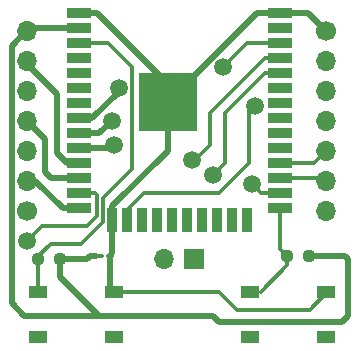
<source format=gbr>
%TF.GenerationSoftware,KiCad,Pcbnew,(6.0.1)*%
%TF.CreationDate,2022-12-10T14:53:13+08:00*%
%TF.ProjectId,ESP32_Adapter 2,45535033-325f-4416-9461-707465722032,rev?*%
%TF.SameCoordinates,Original*%
%TF.FileFunction,Copper,L1,Top*%
%TF.FilePolarity,Positive*%
%FSLAX46Y46*%
G04 Gerber Fmt 4.6, Leading zero omitted, Abs format (unit mm)*
G04 Created by KiCad (PCBNEW (6.0.1)) date 2022-12-10 14:53:13*
%MOMM*%
%LPD*%
G01*
G04 APERTURE LIST*
G04 Aperture macros list*
%AMRoundRect*
0 Rectangle with rounded corners*
0 $1 Rounding radius*
0 $2 $3 $4 $5 $6 $7 $8 $9 X,Y pos of 4 corners*
0 Add a 4 corners polygon primitive as box body*
4,1,4,$2,$3,$4,$5,$6,$7,$8,$9,$2,$3,0*
0 Add four circle primitives for the rounded corners*
1,1,$1+$1,$2,$3*
1,1,$1+$1,$4,$5*
1,1,$1+$1,$6,$7*
1,1,$1+$1,$8,$9*
0 Add four rect primitives between the rounded corners*
20,1,$1+$1,$2,$3,$4,$5,0*
20,1,$1+$1,$4,$5,$6,$7,0*
20,1,$1+$1,$6,$7,$8,$9,0*
20,1,$1+$1,$8,$9,$2,$3,0*%
G04 Aperture macros list end*
%TA.AperFunction,SMDPad,CuDef*%
%ADD10RoundRect,0.237500X-0.250000X-0.237500X0.250000X-0.237500X0.250000X0.237500X-0.250000X0.237500X0*%
%TD*%
%TA.AperFunction,SMDPad,CuDef*%
%ADD11R,2.000000X0.900000*%
%TD*%
%TA.AperFunction,SMDPad,CuDef*%
%ADD12R,0.900000X2.000000*%
%TD*%
%TA.AperFunction,SMDPad,CuDef*%
%ADD13R,5.000000X5.000000*%
%TD*%
%TA.AperFunction,SMDPad,CuDef*%
%ADD14R,1.600000X1.000000*%
%TD*%
%TA.AperFunction,ComponentPad*%
%ADD15C,1.700000*%
%TD*%
%TA.AperFunction,ComponentPad*%
%ADD16O,1.700000X1.700000*%
%TD*%
%TA.AperFunction,ComponentPad*%
%ADD17R,1.700000X1.700000*%
%TD*%
%TA.AperFunction,SMDPad,CuDef*%
%ADD18RoundRect,0.100000X-0.217500X-0.100000X0.217500X-0.100000X0.217500X0.100000X-0.217500X0.100000X0*%
%TD*%
%TA.AperFunction,ViaPad*%
%ADD19C,1.500000*%
%TD*%
%TA.AperFunction,Conductor*%
%ADD20C,0.500000*%
%TD*%
%TA.AperFunction,Conductor*%
%ADD21C,0.300000*%
%TD*%
G04 APERTURE END LIST*
D10*
%TO.P,R2,1*%
%TO.N,EN*%
X62009500Y-62462500D03*
%TO.P,R2,2*%
%TO.N,+3V3*%
X63834500Y-62462500D03*
%TD*%
D11*
%TO.P,ESP32,1,GND*%
%TO.N,GND*%
X65494500Y-41677500D03*
%TO.P,ESP32,2,VDD*%
%TO.N,+3V3*%
X65494500Y-42947500D03*
%TO.P,ESP32,3,EN*%
%TO.N,EN*%
X65494500Y-44217500D03*
%TO.P,ESP32,4,SENSOR_VP*%
%TO.N,unconnected-(ESP32-Pad4)*%
X65494500Y-45487500D03*
%TO.P,ESP32,5,SENSOR_VN*%
%TO.N,unconnected-(ESP32-Pad5)*%
X65494500Y-46757500D03*
%TO.P,ESP32,6,IO34*%
%TO.N,unconnected-(ESP32-Pad6)*%
X65494500Y-48027500D03*
%TO.P,ESP32,7,IO35*%
%TO.N,unconnected-(ESP32-Pad7)*%
X65494500Y-49297500D03*
%TO.P,ESP32,8,IO32*%
%TO.N,VL*%
X65494500Y-50567500D03*
%TO.P,ESP32,9,IO33*%
%TO.N,WL*%
X65494500Y-51837500D03*
%TO.P,ESP32,10,IO25*%
%TO.N,UL*%
X65494500Y-53107500D03*
%TO.P,ESP32,11,IO26*%
%TO.N,UH*%
X65494500Y-54377500D03*
%TO.P,ESP32,12,IO27*%
%TO.N,VH*%
X65494500Y-55647500D03*
%TO.P,ESP32,13,IO14*%
%TO.N,MT_CSN*%
X65494500Y-56917500D03*
%TO.P,ESP32,14,IO12*%
%TO.N,WH*%
X65494500Y-58187500D03*
D12*
%TO.P,ESP32,15,GND*%
%TO.N,GND*%
X68279500Y-59187500D03*
%TO.P,ESP32,16,IO13*%
%TO.N,MT_SCL*%
X69549500Y-59187500D03*
%TO.P,ESP32,17,SHD/SD2*%
%TO.N,unconnected-(ESP32-Pad17)*%
X70819500Y-59187500D03*
%TO.P,ESP32,18,SWP/SD3*%
%TO.N,unconnected-(ESP32-Pad18)*%
X72089500Y-59187500D03*
%TO.P,ESP32,19,SCS/CMD*%
%TO.N,unconnected-(ESP32-Pad19)*%
X73359500Y-59187500D03*
%TO.P,ESP32,20,SCK/CLK*%
%TO.N,unconnected-(ESP32-Pad20)*%
X74629500Y-59187500D03*
%TO.P,ESP32,21,SDO/SD0*%
%TO.N,unconnected-(ESP32-Pad21)*%
X75899500Y-59187500D03*
%TO.P,ESP32,22,SDI/SD1*%
%TO.N,unconnected-(ESP32-Pad22)*%
X77169500Y-59187500D03*
%TO.P,ESP32,23,IO15*%
%TO.N,unconnected-(ESP32-Pad23)*%
X78439500Y-59187500D03*
%TO.P,ESP32,24,IO2*%
%TO.N,unconnected-(ESP32-Pad24)*%
X79709500Y-59187500D03*
D11*
%TO.P,ESP32,25,IO0*%
%TO.N,FLASH*%
X82494500Y-58187500D03*
%TO.P,ESP32,26,IO4*%
%TO.N,MT_SDA*%
X82494500Y-56917500D03*
%TO.P,ESP32,27,IO16*%
%TO.N,SERIAL_TX*%
X82494500Y-55647500D03*
%TO.P,ESP32,28,IO17*%
%TO.N,SERIAL_RX*%
X82494500Y-54377500D03*
%TO.P,ESP32,29,IO5*%
%TO.N,unconnected-(ESP32-Pad29)*%
X82494500Y-53107500D03*
%TO.P,ESP32,30,IO18*%
%TO.N,unconnected-(ESP32-Pad30)*%
X82494500Y-51837500D03*
%TO.P,ESP32,31,IO19*%
%TO.N,unconnected-(ESP32-Pad31)*%
X82494500Y-50567500D03*
%TO.P,ESP32,32,NC*%
%TO.N,unconnected-(ESP32-Pad32)*%
X82494500Y-49297500D03*
%TO.P,ESP32,33,IO21*%
%TO.N,unconnected-(ESP32-Pad33)*%
X82494500Y-48027500D03*
%TO.P,ESP32,34,RXD0/IO3*%
%TO.N,/RXD*%
X82494500Y-46757500D03*
%TO.P,ESP32,35,TXD0/IO1*%
%TO.N,/TXD*%
X82494500Y-45487500D03*
%TO.P,ESP32,36,IO22*%
%TO.N,BTN_NEXT*%
X82494500Y-44217500D03*
%TO.P,ESP32,37,IO23*%
%TO.N,unconnected-(ESP32-Pad37)*%
X82494500Y-42947500D03*
%TO.P,ESP32,38,GND*%
%TO.N,GND*%
X82494500Y-41677500D03*
D13*
%TO.P,ESP32,39,GND*%
X72994500Y-49177500D03*
%TD*%
D10*
%TO.P,R1,1*%
%TO.N,FLASH*%
X83091500Y-62208500D03*
%TO.P,R1,2*%
%TO.N,+3V3*%
X84916500Y-62208500D03*
%TD*%
D14*
%TO.P,SW2,1,1*%
%TO.N,EN*%
X62006500Y-65256500D03*
%TO.P,SW2,2,2*%
%TO.N,GND*%
X68406500Y-65256500D03*
%TO.P,SW2,3,3*%
%TO.N,unconnected-(SW2-Pad3)*%
X62006500Y-69056500D03*
%TO.P,SW2,4,4*%
%TO.N,unconnected-(SW2-Pad4)*%
X68406500Y-69056500D03*
%TD*%
D15*
%TO.P,MNT2,1,Pin_1*%
%TO.N,GND*%
X86360000Y-43180000D03*
D16*
%TO.P,MNT2,2,Pin_2*%
%TO.N,MT_SDA*%
X86360000Y-45720000D03*
%TO.P,MNT2,3,Pin_3*%
%TO.N,MT_SCL*%
X86360000Y-48260000D03*
%TO.P,MNT2,4,Pin_4*%
%TO.N,MT_CSN*%
X86360000Y-50800000D03*
%TO.P,MNT2,5,Pin_5*%
%TO.N,SERIAL_RX*%
X86360000Y-53340000D03*
%TO.P,MNT2,6,Pin_6*%
%TO.N,SERIAL_TX*%
X86360000Y-55880000D03*
%TO.P,MNT2,7,Pin_7*%
%TO.N,BTN_NEXT*%
X86360000Y-58420000D03*
%TD*%
D14*
%TO.P,SW1,1,1*%
%TO.N,FLASH*%
X79960000Y-65266500D03*
%TO.P,SW1,2,2*%
%TO.N,GND*%
X86360000Y-65266500D03*
%TO.P,SW1,3,3*%
%TO.N,unconnected-(SW1-Pad3)*%
X79960000Y-69066500D03*
%TO.P,SW1,4,4*%
%TO.N,unconnected-(SW1-Pad4)*%
X86360000Y-69066500D03*
%TD*%
D17*
%TO.P,J1,1,Pin_1*%
%TO.N,/RXD*%
X75184000Y-62462500D03*
D16*
%TO.P,J1,2,Pin_2*%
%TO.N,/TXD*%
X72644000Y-62462500D03*
%TD*%
D18*
%TO.P,C1,1*%
%TO.N,+3V3*%
X67237000Y-62208500D03*
%TO.P,C1,2*%
%TO.N,GND*%
X68052000Y-62208500D03*
%TD*%
D15*
%TO.P,MNT1,1,Pin_1*%
%TO.N,WL*%
X61040500Y-58400000D03*
D16*
%TO.P,MNT1,2,Pin_2*%
%TO.N,WH*%
X61040500Y-55860000D03*
%TO.P,MNT1,3,Pin_3*%
%TO.N,VL*%
X61040500Y-53320000D03*
%TO.P,MNT1,4,Pin_4*%
%TO.N,VH*%
X61040500Y-50780000D03*
%TO.P,MNT1,5,Pin_5*%
%TO.N,UL*%
X61040500Y-48240000D03*
%TO.P,MNT1,6,Pin_6*%
%TO.N,UH*%
X61040500Y-45700000D03*
%TO.P,MNT1,7,Pin_7*%
%TO.N,+3V3*%
X61040500Y-43160000D03*
%TD*%
D19*
%TO.N,VL*%
X68831000Y-47984500D03*
%TO.N,WL*%
X68223000Y-50778500D03*
%TO.N,UL*%
X68406500Y-52810500D03*
%TO.N,MT_CSN*%
X61040500Y-60938500D03*
%TO.N,MT_SCL*%
X80344500Y-49508500D03*
%TO.N,MT_SDA*%
X80090500Y-56112500D03*
%TO.N,/RXD*%
X76788500Y-55350500D03*
%TO.N,BTN_NEXT*%
X77606175Y-46262175D03*
%TO.N,/TXD*%
X75010500Y-54080500D03*
%TD*%
D20*
%TO.N,GND*%
X72994500Y-47677500D02*
X72994500Y-49177500D01*
D21*
X77296500Y-65256500D02*
X78820500Y-66780500D01*
D20*
X65494500Y-41677500D02*
X66994500Y-41677500D01*
X68052000Y-62208500D02*
X68052000Y-64902000D01*
D21*
X68406500Y-65256500D02*
X68177500Y-65027500D01*
D20*
X82494500Y-41677500D02*
X80494500Y-41677500D01*
X82494500Y-41677500D02*
X84857500Y-41677500D01*
D21*
X84976500Y-66780500D02*
X86490500Y-65266500D01*
D20*
X72994500Y-53302500D02*
X72994500Y-49177500D01*
D21*
X68406500Y-65256500D02*
X77296500Y-65256500D01*
D20*
X68052000Y-64902000D02*
X68406500Y-65256500D01*
X68279500Y-59187500D02*
X68279500Y-58017500D01*
X68279500Y-59187500D02*
X68279500Y-61981000D01*
X84857500Y-41677500D02*
X86360000Y-43180000D01*
X68279500Y-61981000D02*
X68052000Y-62208500D01*
X66994500Y-41677500D02*
X72994500Y-47677500D01*
X68279500Y-58017500D02*
X72994500Y-53302500D01*
D21*
X78820500Y-66780500D02*
X84976500Y-66780500D01*
D20*
X80494500Y-41677500D02*
X72994500Y-49177500D01*
%TO.N,+3V3*%
X67136500Y-67288500D02*
X76788500Y-67288500D01*
X63834500Y-62462500D02*
X63834500Y-63986500D01*
X61253000Y-42947500D02*
X59740989Y-44459511D01*
X63834500Y-63986500D02*
X67136500Y-67288500D01*
X77296500Y-67796500D02*
X87710500Y-67796500D01*
X63834500Y-62462500D02*
X66120500Y-62462500D01*
X66374500Y-62208500D02*
X66882500Y-62208500D01*
X87710500Y-67796500D02*
X88218500Y-67288500D01*
X60786500Y-67288500D02*
X67136500Y-67288500D01*
X88218500Y-62462500D02*
X87964500Y-62208500D01*
X87964500Y-62208500D02*
X84916500Y-62208500D01*
X65494500Y-42947500D02*
X61253000Y-42947500D01*
X88218500Y-67288500D02*
X88218500Y-62462500D01*
X59740989Y-44459511D02*
X59740989Y-66242989D01*
X59740989Y-66242989D02*
X60786500Y-67288500D01*
X66120500Y-62462500D02*
X66374500Y-62208500D01*
X76788500Y-67288500D02*
X77296500Y-67796500D01*
D21*
%TO.N,EN*%
X67941500Y-44217500D02*
X69930500Y-46206500D01*
X62009500Y-62255500D02*
X62009500Y-62462500D01*
X69930500Y-46206500D02*
X69930500Y-54842500D01*
X62006500Y-65256500D02*
X62006500Y-62465500D01*
X65612500Y-61192500D02*
X63072500Y-61192500D01*
X67479989Y-57293011D02*
X67479989Y-59325011D01*
X69930500Y-54842500D02*
X67479989Y-57293011D01*
X63072500Y-61192500D02*
X62009500Y-62255500D01*
X62006500Y-62465500D02*
X62009500Y-62462500D01*
X65494500Y-44217500D02*
X67941500Y-44217500D01*
X67479989Y-59325011D02*
X65612500Y-61192500D01*
%TO.N,FLASH*%
X82494500Y-61611500D02*
X83091500Y-62208500D01*
X83091500Y-62997500D02*
X80832500Y-65256500D01*
X83091500Y-62208500D02*
X83091500Y-62997500D01*
X82494500Y-58187500D02*
X82494500Y-61611500D01*
D20*
%TO.N,VL*%
X66573522Y-50567500D02*
X65494500Y-50567500D01*
X68831000Y-47984500D02*
X68831000Y-48310022D01*
X68831000Y-48310022D02*
X66573522Y-50567500D01*
%TO.N,WL*%
X67164000Y-51837500D02*
X65494500Y-51837500D01*
X68223000Y-50778500D02*
X67164000Y-51837500D01*
%TO.N,UL*%
X68109500Y-53107500D02*
X65494500Y-53107500D01*
X68406500Y-52810500D02*
X68109500Y-53107500D01*
%TO.N,UH*%
X65494500Y-54377500D02*
X64415478Y-54377500D01*
X63580500Y-48492500D02*
X61040500Y-45952500D01*
X64415478Y-54377500D02*
X63580500Y-53542522D01*
X61040500Y-45952500D02*
X61040500Y-45700000D01*
X63580500Y-53542522D02*
X63580500Y-48492500D01*
%TO.N,VH*%
X65494500Y-55647500D02*
X63115500Y-55647500D01*
X62564500Y-55096500D02*
X62564500Y-52304000D01*
X62564500Y-52304000D02*
X61040500Y-50780000D01*
X63115500Y-55647500D02*
X62564500Y-55096500D01*
D21*
%TO.N,MT_CSN*%
X61040500Y-60938500D02*
X62310500Y-59668500D01*
X62310500Y-59668500D02*
X66162522Y-59668500D01*
X66794500Y-56917500D02*
X65494500Y-56917500D01*
X66162522Y-59668500D02*
X66980469Y-58850553D01*
X66980469Y-57103469D02*
X66794500Y-56917500D01*
X66980469Y-58850553D02*
X66980469Y-57103469D01*
D20*
%TO.N,WH*%
X61735391Y-55860000D02*
X61040500Y-55860000D01*
X65494500Y-58187500D02*
X64062891Y-58187500D01*
X64062891Y-58187500D02*
X61735391Y-55860000D01*
D21*
%TO.N,MT_SCL*%
X70983478Y-56874500D02*
X69549500Y-58308478D01*
X77296500Y-56874500D02*
X70983478Y-56874500D01*
X80344500Y-49508500D02*
X79836500Y-50016500D01*
X79836500Y-50016500D02*
X79836500Y-54334500D01*
X69549500Y-58308478D02*
X69549500Y-59187500D01*
X79836500Y-54334500D02*
X77296500Y-56874500D01*
%TO.N,MT_SDA*%
X80895500Y-56917500D02*
X80090500Y-56112500D01*
X82494500Y-56917500D02*
X80895500Y-56917500D01*
%TO.N,SERIAL_TX*%
X86127500Y-55647500D02*
X86440500Y-55960500D01*
X82494500Y-55647500D02*
X86127500Y-55647500D01*
X86440500Y-55960500D02*
X86440500Y-56112500D01*
%TO.N,SERIAL_RX*%
X85322500Y-54377500D02*
X86360000Y-53340000D01*
X82494500Y-54377500D02*
X85322500Y-54377500D01*
%TO.N,/RXD*%
X77804500Y-50147500D02*
X77804500Y-53826500D01*
X78566500Y-49385500D02*
X77804500Y-50147500D01*
X77804500Y-54334500D02*
X76788500Y-55350500D01*
X77804500Y-53826500D02*
X77804500Y-54334500D01*
X82494500Y-46757500D02*
X81194500Y-46757500D01*
X81194500Y-46757500D02*
X78566500Y-49385500D01*
%TO.N,BTN_NEXT*%
X80809500Y-44217500D02*
X79650850Y-44217500D01*
X82494500Y-44217500D02*
X80809500Y-44217500D01*
X79650850Y-44217500D02*
X77606175Y-46262175D01*
%TO.N,/TXD*%
X77042500Y-49639500D02*
X76534500Y-50147500D01*
X75264500Y-54080500D02*
X75010500Y-54080500D01*
X76534500Y-52810500D02*
X75264500Y-54080500D01*
X81194500Y-45487500D02*
X77042500Y-49639500D01*
X76534500Y-50147500D02*
X76534500Y-52810500D01*
X82494500Y-45487500D02*
X81194500Y-45487500D01*
%TD*%
M02*

</source>
